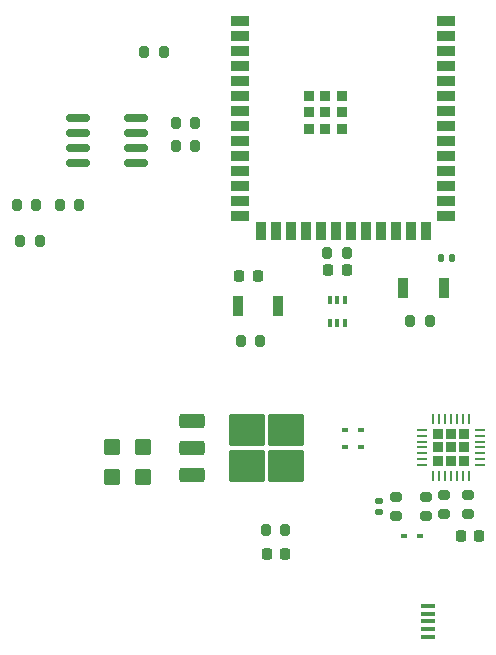
<source format=gbr>
%TF.GenerationSoftware,KiCad,Pcbnew,8.0.7*%
%TF.CreationDate,2025-02-14T15:53:52+00:00*%
%TF.ProjectId,FYP_Motor_R2,4659505f-4d6f-4746-9f72-5f52322e6b69,rev?*%
%TF.SameCoordinates,Original*%
%TF.FileFunction,Paste,Top*%
%TF.FilePolarity,Positive*%
%FSLAX46Y46*%
G04 Gerber Fmt 4.6, Leading zero omitted, Abs format (unit mm)*
G04 Created by KiCad (PCBNEW 8.0.7) date 2025-02-14 15:53:52*
%MOMM*%
%LPD*%
G01*
G04 APERTURE LIST*
G04 Aperture macros list*
%AMRoundRect*
0 Rectangle with rounded corners*
0 $1 Rounding radius*
0 $2 $3 $4 $5 $6 $7 $8 $9 X,Y pos of 4 corners*
0 Add a 4 corners polygon primitive as box body*
4,1,4,$2,$3,$4,$5,$6,$7,$8,$9,$2,$3,0*
0 Add four circle primitives for the rounded corners*
1,1,$1+$1,$2,$3*
1,1,$1+$1,$4,$5*
1,1,$1+$1,$6,$7*
1,1,$1+$1,$8,$9*
0 Add four rect primitives between the rounded corners*
20,1,$1+$1,$2,$3,$4,$5,0*
20,1,$1+$1,$4,$5,$6,$7,0*
20,1,$1+$1,$6,$7,$8,$9,0*
20,1,$1+$1,$8,$9,$2,$3,0*%
G04 Aperture macros list end*
%ADD10RoundRect,0.140000X0.140000X0.170000X-0.140000X0.170000X-0.140000X-0.170000X0.140000X-0.170000X0*%
%ADD11R,1.300000X0.450000*%
%ADD12R,0.480000X0.400000*%
%ADD13RoundRect,0.200000X0.275000X-0.200000X0.275000X0.200000X-0.275000X0.200000X-0.275000X-0.200000X0*%
%ADD14RoundRect,0.200000X0.200000X0.275000X-0.200000X0.275000X-0.200000X-0.275000X0.200000X-0.275000X0*%
%ADD15RoundRect,0.218750X0.218750X0.256250X-0.218750X0.256250X-0.218750X-0.256250X0.218750X-0.256250X0*%
%ADD16RoundRect,0.225000X-0.225000X-0.250000X0.225000X-0.250000X0.225000X0.250000X-0.225000X0.250000X0*%
%ADD17RoundRect,0.150000X0.825000X0.150000X-0.825000X0.150000X-0.825000X-0.150000X0.825000X-0.150000X0*%
%ADD18R,0.900000X0.900000*%
%ADD19R,1.500000X0.900000*%
%ADD20R,0.900000X1.500000*%
%ADD21R,0.900000X1.700000*%
%ADD22RoundRect,0.200000X-0.200000X-0.275000X0.200000X-0.275000X0.200000X0.275000X-0.200000X0.275000X0*%
%ADD23RoundRect,0.140000X-0.170000X0.140000X-0.170000X-0.140000X0.170000X-0.140000X0.170000X0.140000X0*%
%ADD24RoundRect,0.250000X0.450000X0.425000X-0.450000X0.425000X-0.450000X-0.425000X0.450000X-0.425000X0*%
%ADD25RoundRect,0.250000X-0.850000X-0.350000X0.850000X-0.350000X0.850000X0.350000X-0.850000X0.350000X0*%
%ADD26RoundRect,0.250000X-1.275000X-1.125000X1.275000X-1.125000X1.275000X1.125000X-1.275000X1.125000X0*%
%ADD27RoundRect,0.225000X-0.225000X-0.225000X0.225000X-0.225000X0.225000X0.225000X-0.225000X0.225000X0*%
%ADD28RoundRect,0.062500X-0.337500X-0.062500X0.337500X-0.062500X0.337500X0.062500X-0.337500X0.062500X0*%
%ADD29RoundRect,0.062500X-0.062500X-0.337500X0.062500X-0.337500X0.062500X0.337500X-0.062500X0.337500X0*%
%ADD30RoundRect,0.100000X0.100000X-0.225000X0.100000X0.225000X-0.100000X0.225000X-0.100000X-0.225000X0*%
%ADD31RoundRect,0.200000X-0.275000X0.200000X-0.275000X-0.200000X0.275000X-0.200000X0.275000X0.200000X0*%
G04 APERTURE END LIST*
D10*
%TO.C,C6*%
X124230000Y-57500000D03*
X123270000Y-57500000D03*
%TD*%
D11*
%TO.C,J1*%
X122150000Y-89525000D03*
X122150000Y-88875000D03*
X122150000Y-88225000D03*
X122150000Y-87575000D03*
X122150000Y-86925000D03*
%TD*%
D12*
%TO.C,D2*%
X115180000Y-73500000D03*
X116500000Y-73500000D03*
%TD*%
D13*
%TO.C,R2*%
X122000000Y-79325000D03*
X122000000Y-77675000D03*
%TD*%
D14*
%TO.C,R10*%
X92650000Y-53000000D03*
X91000000Y-53000000D03*
%TD*%
D15*
%TO.C,D6*%
X110120000Y-82500000D03*
X108545000Y-82500000D03*
%TD*%
D16*
%TO.C,C5*%
X106225000Y-59000000D03*
X107775000Y-59000000D03*
%TD*%
D12*
%TO.C,D3*%
X115180000Y-72000000D03*
X116500000Y-72000000D03*
%TD*%
D17*
%TO.C,U3*%
X97475000Y-49405000D03*
X97475000Y-48135000D03*
X97475000Y-46865000D03*
X97475000Y-45595000D03*
X92525000Y-45595000D03*
X92525000Y-46865000D03*
X92525000Y-48135000D03*
X92525000Y-49405000D03*
%TD*%
D16*
%TO.C,C2*%
X124950000Y-81000000D03*
X126500000Y-81000000D03*
%TD*%
D18*
%TO.C,U2*%
X112100000Y-43710000D03*
X112100000Y-45110000D03*
X112100000Y-46510000D03*
X113500000Y-43710000D03*
X113500000Y-45110000D03*
X113500000Y-46510000D03*
X114900000Y-43710000D03*
X114900000Y-45110000D03*
X114900000Y-46510000D03*
D19*
X106250000Y-37390000D03*
X106250000Y-38660000D03*
X106250000Y-39930000D03*
X106250000Y-41200000D03*
X106250000Y-42470000D03*
X106250000Y-43740000D03*
X106250000Y-45010000D03*
X106250000Y-46280000D03*
X106250000Y-47550000D03*
X106250000Y-48820000D03*
X106250000Y-50090000D03*
X106250000Y-51360000D03*
X106250000Y-52630000D03*
X106250000Y-53900000D03*
D20*
X108015000Y-55150000D03*
X109285000Y-55150000D03*
X110555000Y-55150000D03*
X111825000Y-55150000D03*
X113095000Y-55150000D03*
X114365000Y-55150000D03*
X115635000Y-55150000D03*
X116905000Y-55150000D03*
X118175000Y-55150000D03*
X119445000Y-55150000D03*
X120715000Y-55150000D03*
X121985000Y-55150000D03*
D19*
X123750000Y-53900000D03*
X123750000Y-52630000D03*
X123750000Y-51360000D03*
X123750000Y-50090000D03*
X123750000Y-48820000D03*
X123750000Y-47550000D03*
X123750000Y-46280000D03*
X123750000Y-45010000D03*
X123750000Y-43740000D03*
X123750000Y-42470000D03*
X123750000Y-41200000D03*
X123750000Y-39930000D03*
X123750000Y-38660000D03*
X123750000Y-37390000D03*
%TD*%
D15*
%TO.C,D5*%
X115325000Y-58500000D03*
X113750000Y-58500000D03*
%TD*%
D21*
%TO.C,SW2*%
X120100000Y-60000000D03*
X123500000Y-60000000D03*
%TD*%
%TO.C,SW1*%
X109500000Y-61500000D03*
X106100000Y-61500000D03*
%TD*%
D22*
%TO.C,R12*%
X113675000Y-57000000D03*
X115325000Y-57000000D03*
%TD*%
%TO.C,R15*%
X108470000Y-80500000D03*
X110120000Y-80500000D03*
%TD*%
D23*
%TO.C,C1*%
X118000000Y-78980000D03*
X118000000Y-78020000D03*
%TD*%
D14*
%TO.C,R9*%
X89000000Y-53000000D03*
X87350000Y-53000000D03*
%TD*%
D12*
%TO.C,D1*%
X120180000Y-81000000D03*
X121500000Y-81000000D03*
%TD*%
D22*
%TO.C,R14*%
X120675000Y-62750000D03*
X122325000Y-62750000D03*
%TD*%
D14*
%TO.C,R6*%
X99825000Y-40000000D03*
X98175000Y-40000000D03*
%TD*%
D24*
%TO.C,C7*%
X98090000Y-76000000D03*
X95390000Y-76000000D03*
%TD*%
D14*
%TO.C,R8*%
X102500000Y-48000000D03*
X100850000Y-48000000D03*
%TD*%
D13*
%TO.C,R1*%
X119500000Y-79325000D03*
X119500000Y-77675000D03*
%TD*%
D25*
%TO.C,U4*%
X102200000Y-71245000D03*
X102200000Y-73525000D03*
D26*
X106825000Y-72000000D03*
X106825000Y-75050000D03*
X110175000Y-72000000D03*
X110175000Y-75050000D03*
D25*
X102200000Y-75805000D03*
%TD*%
D27*
%TO.C,U1*%
X123000000Y-72380000D03*
X123000000Y-73500000D03*
X123000000Y-74620000D03*
X124120000Y-72380000D03*
X124120000Y-73500000D03*
X124120000Y-74620000D03*
X125240000Y-72380000D03*
X125240000Y-73500000D03*
X125240000Y-74620000D03*
D28*
X121670000Y-72000000D03*
X121670000Y-72500000D03*
X121670000Y-73000000D03*
X121670000Y-73500000D03*
X121670000Y-74000000D03*
X121670000Y-74500000D03*
X121670000Y-75000000D03*
D29*
X122620000Y-75950000D03*
X123120000Y-75950000D03*
X123620000Y-75950000D03*
X124120000Y-75950000D03*
X124620000Y-75950000D03*
X125120000Y-75950000D03*
X125620000Y-75950000D03*
D28*
X126570000Y-75000000D03*
X126570000Y-74500000D03*
X126570000Y-74000000D03*
X126570000Y-73500000D03*
X126570000Y-73000000D03*
X126570000Y-72500000D03*
X126570000Y-72000000D03*
D29*
X125620000Y-71050000D03*
X125120000Y-71050000D03*
X124620000Y-71050000D03*
X124120000Y-71050000D03*
X123620000Y-71050000D03*
X123120000Y-71050000D03*
X122620000Y-71050000D03*
%TD*%
D24*
%TO.C,C8*%
X98090000Y-73500000D03*
X95390000Y-73500000D03*
%TD*%
D14*
%TO.C,R11*%
X89325000Y-56000000D03*
X87675000Y-56000000D03*
%TD*%
%TO.C,R5*%
X102500000Y-46000000D03*
X100850000Y-46000000D03*
%TD*%
D13*
%TO.C,R4*%
X125570000Y-79150000D03*
X125570000Y-77500000D03*
%TD*%
D14*
%TO.C,R13*%
X108000000Y-64500000D03*
X106350000Y-64500000D03*
%TD*%
D30*
%TO.C,Q1*%
X113850000Y-62950000D03*
X114500000Y-62950000D03*
X115150000Y-62950000D03*
X115150000Y-61050000D03*
X114500000Y-61050000D03*
X113850000Y-61050000D03*
%TD*%
D31*
%TO.C,R3*%
X123570000Y-77500000D03*
X123570000Y-79150000D03*
%TD*%
M02*

</source>
